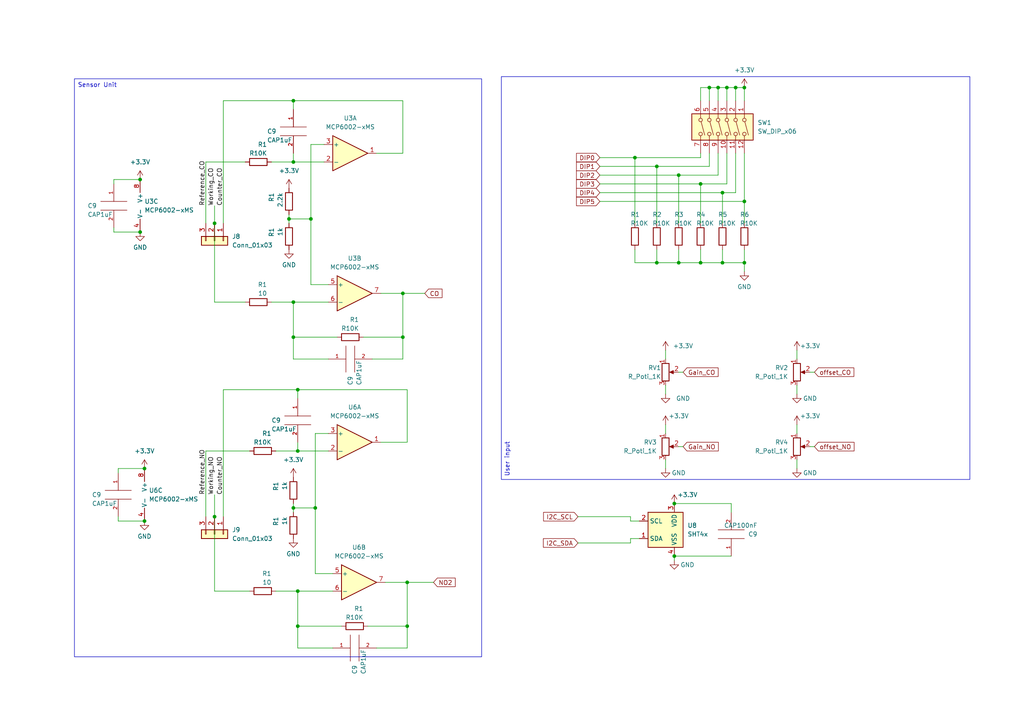
<source format=kicad_sch>
(kicad_sch (version 20230121) (generator eeschema)
  (paper "A4")
  (title_block (title "NO-CO Gas sensor") (date "2023-09-27") (comment 1 "Author: Felix Sarbach"))
  (lib_symbols
    (symbol "Amplifier_Operational:MCP6002-xMS" (pin_names (offset 0.127))
      (property "Reference" "U" (at 0 5.08 0))
      (property "Value" "MCP6002-xMS" (at 0 -5.08 0))
      (symbol "MCP6002-xMS_1_1"
        (polyline (pts (xy -5.08 5.08) (xy 5.08 0) (xy -5.08 -5.08) (xy -5.08 5.08)) (stroke (width 0.254)) (fill (type background)))
        (pin output line (at 7.62 0 180) (length 2.54) (name "~") (number "1"))
        (pin input line (at -7.62 -2.54 0) (length 2.54) (name "-") (number "2"))
        (pin input line (at -7.62 2.54 0) (length 2.54) (name "+") (number "3"))
      )
      (symbol "MCP6002-xMS_2_1"
        (polyline (pts (xy -5.08 5.08) (xy 5.08 0) (xy -5.08 -5.08) (xy -5.08 5.08)) (stroke (width 0.254)) (fill (type background)))
        (pin input line (at -7.62 2.54 0) (length 2.54) (name "+") (number "5"))
        (pin input line (at -7.62 -2.54 0) (length 2.54) (name "-") (number "6"))
        (pin output line (at 7.62 0 180) (length 2.54) (name "~") (number "7"))
      )
      (symbol "MCP6002-xMS_3_1"
        (pin power_in line (at -2.54 -7.62 90) (length 3.81) (name "V-") (number "4"))
        (pin power_in line (at -2.54 7.62 270) (length 3.81) (name "V+") (number "8"))
      )
    )
    (symbol "Connector_Generic:Conn_01x03" (pin_names (offset 1.016) hide)
      (property "Reference" "J" (at 0 5.08 0))
      (property "Value" "Conn_01x03" (at 0 -5.08 0))
      (symbol "Conn_01x03_1_1"
        (rectangle (start -1.27 -2.413) (end 0 -2.667) (stroke (width 0.1524)))
        (rectangle (start -1.27 0.127) (end 0 -0.127) (stroke (width 0.1524)))
        (rectangle (start -1.27 2.667) (end 0 2.413) (stroke (width 0.1524)))
        (rectangle (start -1.27 3.81) (end 1.27 -3.81) (stroke (width 0.254)) (fill (type background)))
        (pin passive line (at -5.08 2.54 0) (length 3.81) (name "Pin_1") (number "1"))
        (pin passive line (at -5.08 0 0) (length 3.81) (name "Pin_2") (number "2"))
        (pin passive line (at -5.08 -2.54 0) (length 3.81) (name "Pin_3") (number "3"))
      )
    )
    (symbol "Device:R" (pin_numbers hide) (pin_names (offset 0))
      (property "Reference" "R" (at 2.032 0 90))
      (property "Value" "R" (at 0 0 90))
      (symbol "R_0_1"
        (rectangle (start -1.016 -2.54) (end 1.016 2.54) (stroke (width 0.254)))
      )
      (symbol "R_1_1"
        (pin passive line (at 0 3.81 270) (length 1.27) (name "~") (number "1"))
        (pin passive line (at 0 -3.81 90) (length 1.27) (name "~") (number "2"))
      )
    )
    (symbol "Device:R_Potentiometer" (pin_names (offset 1.016) hide)
      (property "Reference" "RV" (at -4.445 0 90))
      (property "Value" "R_Potentiometer" (at -2.54 0 90))
      (symbol "R_Potentiometer_0_1"
        (polyline (pts (xy 2.54 0) (xy 1.524 0)))
        (polyline (pts (xy 1.143 0) (xy 2.286 0.508) (xy 2.286 -0.508) (xy 1.143 0)) (fill (type outline)))
        (rectangle (start 1.016 2.54) (end -1.016 -2.54) (stroke (width 0.254)))
      )
      (symbol "R_Potentiometer_1_1"
        (pin passive line (at 0 3.81 270) (length 1.27) (name "1") (number "1"))
        (pin passive line (at 3.81 0 180) (length 1.27) (name "2") (number "2"))
        (pin passive line (at 0 -3.81 90) (length 1.27) (name "3") (number "3"))
      )
    )
    (symbol "Sensor_Humidity:SHT4x"
      (property "Reference" "U" (at 0 8.89 0))
      (property "Value" "SHT4x" (at 0 6.35 0))
      (symbol "SHT4x_1_1"
        (rectangle (start -5.08 5.08) (end 5.08 -5.08) (stroke (width 0.254)) (fill (type background)))
        (pin bidirectional line (at -7.62 -2.54 0) (length 2.54) (name "SDA") (number "1"))
        (pin input line (at -7.62 2.54 0) (length 2.54) (name "SCL") (number "2"))
        (pin power_in line (at 2.54 7.62 270) (length 2.54) (name "VDD") (number "3"))
        (pin power_in line (at 2.54 -7.62 90) (length 2.54) (name "VSS") (number "4"))
      )
    )
    (symbol "Switch:SW_DIP_x06" (pin_names (offset 0) hide)
      (property "Reference" "SW" (at 0 11.43 0))
      (property "Value" "SW_DIP_x06" (at 0 -8.89 0))
      (symbol "SW_DIP_x06_0_0"
        (circle (center -2.032 -5.08) (radius 0.508))
        (circle (center -2.032 -2.54) (radius 0.508))
        (circle (center -2.032 0) (radius 0.508))
        (circle (center -2.032 2.54) (radius 0.508))
        (circle (center -2.032 5.08) (radius 0.508))
        (circle (center -2.032 7.62) (radius 0.508))
        (polyline (pts (xy -1.524 -4.9276) (xy 2.3622 -3.8862)))
        (polyline (pts (xy -1.524 -2.3876) (xy 2.3622 -1.3462)))
        (polyline (pts (xy -1.524 0.127) (xy 2.3622 1.1684)))
        (polyline (pts (xy -1.524 2.667) (xy 2.3622 3.7084)))
        (polyline (pts (xy -1.524 5.207) (xy 2.3622 6.2484)))
        (polyline (pts (xy -1.524 7.747) (xy 2.3622 8.7884)))
        (circle (center 2.032 -5.08) (radius 0.508))
        (circle (center 2.032 -2.54) (radius 0.508))
        (circle (center 2.032 0) (radius 0.508))
        (circle (center 2.032 2.54) (radius 0.508))
        (circle (center 2.032 5.08) (radius 0.508))
        (circle (center 2.032 7.62) (radius 0.508))
      )
      (symbol "SW_DIP_x06_0_1"
        (rectangle (start -3.81 10.16) (end 3.81 -7.62) (stroke (width 0.254)) (fill (type background)))
      )
      (symbol "SW_DIP_x06_1_1"
        (pin passive line (at -7.62 7.62 0) (length 5.08) (name "~") (number "1"))
        (pin passive line (at 7.62 2.54 180) (length 5.08) (name "~") (number "10"))
        (pin passive line (at 7.62 5.08 180) (length 5.08) (name "~") (number "11"))
        (pin passive line (at 7.62 7.62 180) (length 5.08) (name "~") (number "12"))
        (pin passive line (at -7.62 5.08 0) (length 5.08) (name "~") (number "2"))
        (pin passive line (at -7.62 2.54 0) (length 5.08) (name "~") (number "3"))
        (pin passive line (at -7.62 0 0) (length 5.08) (name "~") (number "4"))
        (pin passive line (at -7.62 -2.54 0) (length 5.08) (name "~") (number "5"))
        (pin passive line (at -7.62 -5.08 0) (length 5.08) (name "~") (number "6"))
        (pin passive line (at 7.62 -5.08 180) (length 5.08) (name "~") (number "7"))
        (pin passive line (at 7.62 -2.54 180) (length 5.08) (name "~") (number "8"))
        (pin passive line (at 7.62 0 180) (length 5.08) (name "~") (number "9"))
      )
    )
    (symbol "power:+3.3V" (power) (pin_names (offset 0))
      (property "Value" "+3.3V" (at 0 3.556 0))
      (symbol "+3.3V_0_1"
        (polyline (pts (xy -0.762 1.27) (xy 0 2.54)))
        (polyline (pts (xy 0 0) (xy 0 2.54)))
        (polyline (pts (xy 0 2.54) (xy 0.762 1.27)))
      )
      (symbol "+3.3V_1_1"
        (pin power_in line (at 0 0 90) (length 0) hide (name "+3.3V") (number "1"))
      )
    )
    (symbol "power:GND" (power) (pin_names (offset 0))
      (property "Value" "GND" (at 0 -3.81 0))
      (symbol "GND_0_1"
        (polyline (pts (xy 0 0) (xy 0 -1.27) (xy 1.27 -1.27) (xy 0 -2.54) (xy -1.27 -1.27) (xy 0 -1.27)))
      )
      (symbol "GND_1_1"
        (pin power_in line (at 0 0 270) (length 0) hide (name "GND") (number "1"))
      )
    )
    (symbol "pspice:CAP" (pin_names (offset 0.254))
      (property "Reference" "C" (at 2.54 3.81 90))
      (property "Value" "CAP" (at 2.54 -3.81 90))
      (symbol "CAP_0_1"
        (polyline (pts (xy -3.81 -1.27) (xy 3.81 -1.27)))
        (polyline (pts (xy -3.81 1.27) (xy 3.81 1.27)))
      )
      (symbol "CAP_1_1"
        (pin passive line (at 0 6.35 270) (length 5.08) (name "~") (number "1"))
        (pin passive line (at 0 -6.35 90) (length 5.08) (name "~") (number "2"))
      )
    )
  )
  (junction (at 215.9 76.2))
  (junction (at 205.74 25.4))
  (junction (at 195.58 161.29))
  (junction (at 85.09 147.32))
  (junction (at 203.2 53.34))
  (junction (at 208.28 25.4))
  (junction (at 85.09 97.79))
  (junction (at 190.5 48.26))
  (junction (at 209.55 55.88))
  (junction (at 190.5 76.2))
  (junction (at 40.64 52.07))
  (junction (at 116.84 85.09))
  (junction (at 86.36 181.61))
  (junction (at 40.64 67.31))
  (junction (at 85.09 87.63))
  (junction (at 118.11 168.91))
  (junction (at 118.11 181.61))
  (junction (at 116.84 97.79))
  (junction (at 90.17 63.5))
  (junction (at 86.36 113.03))
  (junction (at 215.9 25.4))
  (junction (at 196.85 76.2))
  (junction (at 62.23 64.77))
  (junction (at 215.9 58.42))
  (junction (at 85.09 46.99))
  (junction (at 41.91 135.89))
  (junction (at 184.15 45.72))
  (junction (at 209.55 76.2))
  (junction (at 41.91 151.13))
  (junction (at 83.82 63.5))
  (junction (at 203.2 76.2))
  (junction (at 213.36 25.4))
  (junction (at 86.36 171.45))
  (junction (at 85.09 29.21))
  (junction (at 196.85 50.8))
  (junction (at 195.58 146.05))
  (junction (at 91.44 147.32))
  (junction (at 210.82 25.4))
  (junction (at 86.36 130.81))
  (junction (at 62.23 149.86))
  (wire (pts (xy 116.84 97.79) (xy 116.84 85.09)))
  (wire (pts (xy 34.29 151.13) (xy 41.91 151.13)))
  (wire (pts (xy 173.99 53.34) (xy 203.2 53.34)))
  (wire (pts (xy 190.5 48.26) (xy 205.74 48.26)))
  (wire (pts (xy 78.74 46.99) (xy 85.09 46.99)))
  (wire (pts (xy 86.36 113.03) (xy 118.11 113.03)))
  (wire (pts (xy 80.01 130.81) (xy 86.36 130.81)))
  (wire (pts (xy 173.99 55.88) (xy 209.55 55.88)))
  (wire (pts (xy 209.55 76.2) (xy 203.2 76.2)))
  (wire (pts (xy 231.14 133.35) (xy 231.14 135.89)))
  (wire (pts (xy 90.17 41.91) (xy 93.98 41.91)))
  (wire (pts (xy 62.23 64.77) (xy 62.23 87.63)))
  (wire (pts (xy 208.28 25.4) (xy 210.82 25.4)))
  (wire (pts (xy 33.02 53.34) (xy 33.02 52.07)))
  (wire (pts (xy 91.44 125.73) (xy 91.44 147.32)))
  (wire (pts (xy 184.15 76.2) (xy 184.15 72.39)))
  (wire (pts (xy 208.28 25.4) (xy 205.74 25.4)))
  (wire (pts (xy 34.29 137.16) (xy 34.29 135.89)))
  (wire (pts (xy 190.5 48.26) (xy 190.5 64.77)))
  (wire (pts (xy 193.04 111.76) (xy 193.04 114.3)))
  (wire (pts (xy 109.22 187.96) (xy 118.11 187.96)))
  (wire (pts (xy 83.82 63.5) (xy 83.82 62.23)))
  (wire (pts (xy 64.77 113.03) (xy 86.36 113.03)))
  (wire (pts (xy 85.09 87.63) (xy 95.25 87.63)))
  (wire (pts (xy 85.09 147.32) (xy 91.44 147.32)))
  (wire (pts (xy 118.11 128.27) (xy 118.11 113.03)))
  (wire (pts (xy 110.49 128.27) (xy 118.11 128.27)))
  (wire (pts (xy 86.36 181.61) (xy 86.36 187.96)))
  (wire (pts (xy 203.2 53.34) (xy 210.82 53.34)))
  (wire (pts (xy 111.76 168.91) (xy 118.11 168.91)))
  (wire (pts (xy 203.2 53.34) (xy 203.2 64.77)))
  (wire (pts (xy 97.79 97.79) (xy 85.09 97.79)))
  (wire (pts (xy 107.95 104.14) (xy 116.84 104.14)))
  (wire (pts (xy 208.28 50.8) (xy 208.28 44.45)))
  (wire (pts (xy 190.5 72.39) (xy 190.5 76.2)))
  (wire (pts (xy 196.85 76.2) (xy 203.2 76.2)))
  (wire (pts (xy 118.11 187.96) (xy 118.11 181.61)))
  (wire (pts (xy 209.55 72.39) (xy 209.55 76.2)))
  (wire (pts (xy 210.82 53.34) (xy 210.82 44.45)))
  (wire (pts (xy 118.11 181.61) (xy 118.11 168.91)))
  (wire (pts (xy 85.09 29.21) (xy 64.77 29.21)))
  (wire (pts (xy 231.14 123.19) (xy 231.14 125.73)))
  (wire (pts (xy 215.9 44.45) (xy 215.9 58.42)))
  (wire (pts (xy 85.09 87.63) (xy 85.09 97.79)))
  (wire (pts (xy 116.84 85.09) (xy 123.19 85.09)))
  (wire (pts (xy 85.09 29.21) (xy 85.09 31.75)))
  (wire (pts (xy 215.9 72.39) (xy 215.9 76.2)))
  (wire (pts (xy 215.9 78.74) (xy 215.9 76.2)))
  (wire (pts (xy 195.58 161.29) (xy 195.58 162.56)))
  (wire (pts (xy 90.17 41.91) (xy 90.17 63.5)))
  (wire (pts (xy 86.36 171.45) (xy 96.52 171.45)))
  (wire (pts (xy 210.82 25.4) (xy 210.82 29.21)))
  (wire (pts (xy 33.02 67.31) (xy 40.64 67.31)))
  (wire (pts (xy 231.14 111.76) (xy 231.14 114.3)))
  (wire (pts (xy 196.85 50.8) (xy 196.85 64.77)))
  (wire (pts (xy 85.09 44.45) (xy 85.09 46.99)))
  (wire (pts (xy 195.58 161.29) (xy 212.09 161.29)))
  (wire (pts (xy 213.36 55.88) (xy 213.36 44.45)))
  (wire (pts (xy 213.36 25.4) (xy 210.82 25.4)))
  (wire (pts (xy 109.22 44.45) (xy 116.84 44.45)))
  (wire (pts (xy 184.15 45.72) (xy 184.15 64.77)))
  (wire (pts (xy 215.9 58.42) (xy 215.9 64.77)))
  (wire (pts (xy 85.09 46.99) (xy 93.98 46.99)))
  (wire (pts (xy 167.64 149.86) (xy 182.88 149.86)))
  (wire (pts (xy 234.95 129.54) (xy 236.22 129.54)))
  (wire (pts (xy 86.36 130.81) (xy 95.25 130.81)))
  (wire (pts (xy 173.99 45.72) (xy 184.15 45.72)))
  (wire (pts (xy 182.88 151.13) (xy 185.42 151.13)))
  (wire (pts (xy 62.23 171.45) (xy 72.39 171.45)))
  (wire (pts (xy 86.36 128.27) (xy 86.36 130.81)))
  (wire (pts (xy 62.23 59.69) (xy 62.23 64.77)))
  (wire (pts (xy 96.52 187.96) (xy 86.36 187.96)))
  (wire (pts (xy 205.74 25.4) (xy 205.74 29.21)))
  (wire (pts (xy 80.01 171.45) (xy 86.36 171.45)))
  (wire (pts (xy 182.88 149.86) (xy 182.88 151.13)))
  (wire (pts (xy 184.15 45.72) (xy 203.2 45.72)))
  (wire (pts (xy 205.74 48.26) (xy 205.74 44.45)))
  (wire (pts (xy 64.77 29.21) (xy 64.77 64.77)))
  (wire (pts (xy 212.09 146.05) (xy 195.58 146.05)))
  (wire (pts (xy 33.02 52.07) (xy 40.64 52.07)))
  (wire (pts (xy 118.11 168.91) (xy 125.73 168.91)))
  (wire (pts (xy 83.82 64.77) (xy 83.82 63.5)))
  (wire (pts (xy 182.88 156.21) (xy 182.88 157.48)))
  (wire (pts (xy 116.84 44.45) (xy 116.84 29.21)))
  (wire (pts (xy 62.23 143.51) (xy 62.23 149.86)))
  (wire (pts (xy 85.09 29.21) (xy 116.84 29.21)))
  (wire (pts (xy 95.25 104.14) (xy 85.09 104.14)))
  (wire (pts (xy 86.36 171.45) (xy 86.36 181.61)))
  (wire (pts (xy 215.9 25.4) (xy 215.9 29.21)))
  (wire (pts (xy 90.17 82.55) (xy 90.17 63.5)))
  (wire (pts (xy 59.69 130.81) (xy 59.69 149.86)))
  (wire (pts (xy 190.5 76.2) (xy 196.85 76.2)))
  (wire (pts (xy 90.17 82.55) (xy 95.25 82.55)))
  (wire (pts (xy 203.2 25.4) (xy 203.2 29.21)))
  (wire (pts (xy 83.82 63.5) (xy 90.17 63.5)))
  (wire (pts (xy 59.69 46.99) (xy 71.12 46.99)))
  (wire (pts (xy 196.85 50.8) (xy 173.99 50.8)))
  (wire (pts (xy 72.39 130.81) (xy 59.69 130.81)))
  (wire (pts (xy 62.23 149.86) (xy 62.23 171.45)))
  (wire (pts (xy 34.29 135.89) (xy 41.91 135.89)))
  (wire (pts (xy 34.29 149.86) (xy 34.29 151.13)))
  (wire (pts (xy 215.9 25.4) (xy 213.36 25.4)))
  (wire (pts (xy 64.77 113.03) (xy 64.77 149.86)))
  (wire (pts (xy 86.36 113.03) (xy 86.36 115.57)))
  (wire (pts (xy 193.04 123.19) (xy 193.04 125.73)))
  (wire (pts (xy 185.42 156.21) (xy 182.88 156.21)))
  (wire (pts (xy 196.85 50.8) (xy 208.28 50.8)))
  (wire (pts (xy 209.55 55.88) (xy 213.36 55.88)))
  (wire (pts (xy 106.68 181.61) (xy 118.11 181.61)))
  (wire (pts (xy 205.74 25.4) (xy 203.2 25.4)))
  (wire (pts (xy 212.09 148.59) (xy 212.09 146.05)))
  (wire (pts (xy 33.02 66.04) (xy 33.02 67.31)))
  (wire (pts (xy 231.14 101.6) (xy 231.14 104.14)))
  (wire (pts (xy 203.2 44.45) (xy 203.2 45.72)))
  (wire (pts (xy 173.99 48.26) (xy 190.5 48.26)))
  (wire (pts (xy 193.04 101.6) (xy 193.04 104.14)))
  (wire (pts (xy 190.5 76.2) (xy 184.15 76.2)))
  (wire (pts (xy 196.85 129.54) (xy 198.12 129.54)))
  (wire (pts (xy 91.44 166.37) (xy 91.44 147.32)))
  (wire (pts (xy 105.41 97.79) (xy 116.84 97.79)))
  (wire (pts (xy 59.69 46.99) (xy 59.69 64.77)))
  (wire (pts (xy 110.49 85.09) (xy 116.84 85.09)))
  (wire (pts (xy 203.2 72.39) (xy 203.2 76.2)))
  (wire (pts (xy 167.64 157.48) (xy 182.88 157.48)))
  (wire (pts (xy 85.09 104.14) (xy 85.09 97.79)))
  (wire (pts (xy 91.44 166.37) (xy 96.52 166.37)))
  (wire (pts (xy 91.44 125.73) (xy 95.25 125.73)))
  (wire (pts (xy 209.55 76.2) (xy 215.9 76.2)))
  (wire (pts (xy 85.09 147.32) (xy 85.09 146.05)))
  (wire (pts (xy 193.04 133.35) (xy 193.04 135.89)))
  (wire (pts (xy 234.95 107.95) (xy 236.22 107.95)))
  (wire (pts (xy 62.23 87.63) (xy 71.12 87.63)))
  (wire (pts (xy 99.06 181.61) (xy 86.36 181.61)))
  (wire (pts (xy 116.84 104.14) (xy 116.84 97.79)))
  (wire (pts (xy 196.85 107.95) (xy 198.12 107.95)))
  (wire (pts (xy 213.36 25.4) (xy 213.36 29.21)))
  (wire (pts (xy 196.85 72.39) (xy 196.85 76.2)))
  (wire (pts (xy 173.99 58.42) (xy 215.9 58.42)))
  (wire (pts (xy 208.28 25.4) (xy 208.28 29.21)))
  (wire (pts (xy 85.09 148.59) (xy 85.09 147.32)))
  (wire (pts (xy 78.74 87.63) (xy 85.09 87.63)))
  (wire (pts (xy 209.55 55.88) (xy 209.55 64.77)))
  (text_box "Sensor Unit" (at 21.59 22.86 0) (size 118.11 167.64) (effects (font (size 1.27 1.27)) (justify left top)))
  (text_box "User input" (at 145.415 139.065 90) (size 135.89 -116.84) (effects (font (size 1.27 1.27)) (justify left top)))
  (label "Working_NO" (at 62.23 143.51 90))
  (label "Reference_CO" (at 59.69 59.69 90))
  (label "Reference_NO" (at 59.69 143.51 90))
  (label "Counter_NO" (at 64.77 143.51 90))
  (label "Counter_CO" (at 64.77 59.69 90))
  (label "Working_CO" (at 62.23 59.69 90))
  (global_label "DIP0" (shape input) (at 173.99 45.72 180) (property "Intersheetrefs" "${INTERSHEET_REFS}" (effects hide)))
  (global_label "DIP4" (shape input) (at 173.99 55.88 180) (property "Intersheetrefs" "${INTERSHEET_REFS}" (effects hide)))
  (global_label "I2C_SDA" (shape input) (at 167.64 157.48 180) (property "Intersheetrefs" "${INTERSHEET_REFS}" (effects hide)))
  (global_label "NO2" (shape input) (at 125.73 168.91 0) (property "Intersheetrefs" "${INTERSHEET_REFS}" (effects hide)))
  (global_label "CO" (shape input) (at 123.19 85.09 0) (property "Intersheetrefs" "${INTERSHEET_REFS}" (effects hide)))
  (global_label "offset_NO" (shape input) (at 236.22 129.54 0) (property "Intersheetrefs" "${INTERSHEET_REFS}" (effects hide)))
  (global_label "DIP2" (shape input) (at 173.99 50.8 180) (property "Intersheetrefs" "${INTERSHEET_REFS}" (effects hide)))
  (global_label "Gain_CO" (shape input) (at 198.12 107.95 0) (property "Intersheetrefs" "${INTERSHEET_REFS}" (effects hide)))
  (global_label "DIP3" (shape input) (at 173.99 53.34 180) (property "Intersheetrefs" "${INTERSHEET_REFS}" (effects hide)))
  (global_label "DIP1" (shape input) (at 173.99 48.26 180) (property "Intersheetrefs" "${INTERSHEET_REFS}" (effects hide)))
  (global_label "offset_CO" (shape input) (at 236.22 107.95 0) (property "Intersheetrefs" "${INTERSHEET_REFS}" (effects hide)))
  (global_label "DIP5" (shape input) (at 173.99 58.42 180) (property "Intersheetrefs" "${INTERSHEET_REFS}" (effects hide)))
  (global_label "I2C_SCL" (shape input) (at 167.64 149.86 180) (property "Intersheetrefs" "${INTERSHEET_REFS}" (effects hide)))
  (global_label "Gain_NO" (shape input) (at 198.12 129.54 0) (property "Intersheetrefs" "${INTERSHEET_REFS}" (effects hide)))
  (symbol (lib_id "Device:R") (at 74.93 87.63 90) (unit 1)
    (property "Reference" "R1" (at 77.47 82.55 90) (effects (justify left)))
    (property "Value" "10" (at 77.47 85.09 90) (effects (justify left)))
    (property "Footprint" "Resistor_SMD:R_0603_1608Metric" (effects hide))
    (instances (project "RS485-Gassensor" (path "" (reference "R1") (unit 1)) (path "" (reference "R8") (unit 1))))
  )
  (symbol (lib_id "power:GND") (at 40.64 67.31 0) (unit 1)
    (property "Reference" "#PWR013" (effects hide))
    (property "Value" "GND" (at 40.64 71.755 0))
    (instances (project "RS485-Gassensor" (path "" (reference "#PWR013") (unit 1)) (path "" (reference "#PWR021") (unit 1))))
  )
  (symbol (lib_id "power:GND") (at 231.14 114.3 0) (unit 1)
    (property "Reference" "#PWR015" (effects hide))
    (property "Value" "GND" (at 234.95 115.57 0))
  )
  (symbol (lib_id "power:+3.3V") (at 85.09 138.43 0) (unit 1)
    (property "Reference" "#PWR012" (effects hide))
    (property "Value" "+3.3V" (at 85.09 133.35 0))
    (instances (project "RS485-Gassensor" (path "" (reference "#PWR012") (unit 1)) (path "" (reference "#PWR050") (unit 1))))
  )
  (symbol (lib_id "Device:R") (at 83.82 68.58 180) (unit 1)
    (property "Reference" "R1" (at 78.74 66.04 90) (effects (justify left)))
    (property "Value" "1k" (at 81.28 66.04 90) (effects (justify left)))
    (property "Footprint" "Resistor_SMD:R_0603_1608Metric" (effects hide))
    (instances (project "RS485-Gassensor" (path "" (reference "R1") (unit 1)) (path "" (reference "R9") (unit 1))))
  )
  (symbol (lib_id "Device:R") (at 102.87 181.61 90) (unit 1)
    (property "Reference" "R1" (at 105.41 176.53 90) (effects (justify left)))
    (property "Value" "R10K" (at 105.41 179.07 90) (effects (justify left)))
    (property "Footprint" "Resistor_SMD:R_0603_1608Metric" (effects hide))
    (instances (project "RS485-Gassensor" (path "" (reference "R1") (unit 1)) (path "" (reference "R29") (unit 1))))
  )
  (symbol (lib_id "pspice:CAP") (at 101.6 104.14 90) (unit 1)
    (property "Reference" "C9" (at 101.6 111.76 0) (effects (justify left)))
    (property "Value" "CAP1uF" (at 104.14 111.76 0) (effects (justify left)))
    (property "Footprint" "Capacitor_SMD:C_0603_1608Metric" (effects hide))
    (instances (project "RS485-Gassensor" (path "" (reference "C9") (unit 1)) (path "" (reference "C9") (unit 1)) (path "" (reference "C9") (unit 1)) (path "" (reference "C15") (unit 1))))
  )
  (symbol (lib_id "power:+3.3V") (at 41.91 135.89 0) (unit 1)
    (property "Reference" "#PWR012" (effects hide))
    (property "Value" "+3.3V" (at 41.91 130.81 0))
    (instances (project "RS485-Gassensor" (path "" (reference "#PWR012") (unit 1)) (path "" (reference "#PWR028") (unit 1))))
  )
  (symbol (lib_id "Device:R") (at 83.82 58.42 180) (unit 1)
    (property "Reference" "R1" (at 78.74 55.88 90) (effects (justify left)))
    (property "Value" "2.2k" (at 81.28 55.88 90) (effects (justify left)))
    (property "Footprint" "Resistor_SMD:R_0603_1608Metric" (effects hide))
    (instances (project "RS485-Gassensor" (path "" (reference "R1") (unit 1)) (path "" (reference "R14") (unit 1))))
  )
  (symbol (lib_id "pspice:CAP") (at 86.36 121.92 0) (unit 1)
    (property "Reference" "C9" (at 78.74 121.92 0) (effects (justify left)))
    (property "Value" "CAP1uF" (at 78.74 124.46 0) (effects (justify left)))
    (property "Footprint" "Capacitor_SMD:C_0603_1608Metric" (effects hide))
    (instances (project "RS485-Gassensor" (path "" (reference "C9") (unit 1)) (path "" (reference "C9") (unit 1)) (path "" (reference "C9") (unit 1)) (path "" (reference "C13") (unit 1))))
  )
  (symbol (lib_id "Device:R") (at 85.09 142.24 180) (unit 1)
    (property "Reference" "R1" (at 80.01 139.7 90) (effects (justify left)))
    (property "Value" "1k" (at 82.55 139.7 90) (effects (justify left)))
    (property "Footprint" "Resistor_SMD:R_0603_1608Metric" (effects hide))
    (instances (project "RS485-Gassensor" (path "" (reference "R1") (unit 1)) (path "" (reference "R27") (unit 1))))
  )
  (symbol (lib_id "Device:R") (at 190.5 68.58 0) (unit 1)
    (property "Reference" "R2" (at 189.23 62.23 0) (effects (justify left)))
    (property "Value" "R10K" (at 189.23 64.77 0) (effects (justify left)))
    (property "Footprint" "Resistor_SMD:R_0603_1608Metric" (effects hide))
  )
  (symbol (lib_id "power:+3.3V") (at 83.82 54.61 0) (unit 1)
    (property "Reference" "#PWR012" (effects hide))
    (property "Value" "+3.3V" (at 83.82 49.53 0))
    (instances (project "RS485-Gassensor" (path "" (reference "#PWR012") (unit 1)) (path "" (reference "#PWR025") (unit 1))))
  )
  (symbol (lib_id "Device:R") (at 85.09 152.4 180) (unit 1)
    (property "Reference" "R1" (at 80.01 149.86 90) (effects (justify left)))
    (property "Value" "1k" (at 82.55 149.86 90) (effects (justify left)))
    (property "Footprint" "Resistor_SMD:R_0603_1608Metric" (effects hide))
    (instances (project "RS485-Gassensor" (path "" (reference "R1") (unit 1)) (path "" (reference "R28") (unit 1))))
  )
  (symbol (lib_id "power:GND") (at 193.04 114.3 0) (unit 1)
    (property "Reference" "#PWR09" (effects hide))
    (property "Value" "GND" (at 198.12 115.57 0))
  )
  (symbol (lib_id "Amplifier_Operational:MCP6002-xMS") (at 43.18 59.69 0) (unit 3)
    (property "Reference" "U3" (at 41.91 58.42 0) (effects (justify left)))
    (property "Value" "MCP6002-xMS" (at 41.91 60.96 0) (effects (justify left)))
    (property "Footprint" "Package_SO:SOIC-8_3.9x4.9mm_P1.27mm" (effects hide))
    (property "Datasheet" "http://ww1.microchip.com/downloads/en/DeviceDoc/21733j.pdf" (effects hide))
  )
  (symbol (lib_id "power:+3.3V") (at 215.9 25.4 0) (unit 1)
    (property "Reference" "#PWR012" (effects hide))
    (property "Value" "+3.3V" (at 215.9 20.32 0))
  )
  (symbol (lib_id "Device:R") (at 196.85 68.58 0) (unit 1)
    (property "Reference" "R3" (at 195.58 62.23 0) (effects (justify left)))
    (property "Value" "R10K" (at 195.58 64.77 0) (effects (justify left)))
    (property "Footprint" "Resistor_SMD:R_0603_1608Metric" (effects hide))
  )
  (symbol (lib_id "power:+3.3V") (at 231.14 101.6 0) (unit 1)
    (property "Reference" "#PWR014" (effects hide))
    (property "Value" "+3.3V" (at 234.95 100.33 0))
  )
  (symbol (lib_id "power:+3.3V") (at 231.14 123.19 0) (unit 1)
    (property "Reference" "#PWR016" (effects hide))
    (property "Value" "+3.3V" (at 234.95 120.65 0))
  )
  (symbol (lib_id "Device:R") (at 74.93 46.99 90) (unit 1)
    (property "Reference" "R1" (at 77.47 41.91 90) (effects (justify left)))
    (property "Value" "R10K" (at 77.47 44.45 90) (effects (justify left)))
    (property "Footprint" "Resistor_SMD:R_0603_1608Metric" (effects hide))
    (instances (project "RS485-Gassensor" (path "" (reference "R1") (unit 1)) (path "" (reference "R7") (unit 1))))
  )
  (symbol (lib_id "Device:R") (at 76.2 130.81 90) (unit 1)
    (property "Reference" "R1" (at 78.74 125.73 90) (effects (justify left)))
    (property "Value" "R10K" (at 78.74 128.27 90) (effects (justify left)))
    (property "Footprint" "Resistor_SMD:R_0603_1608Metric" (effects hide))
    (instances (project "RS485-Gassensor" (path "" (reference "R1") (unit 1)) (path "" (reference "R25") (unit 1))))
  )
  (symbol (lib_id "Device:R_Potentiometer") (at 193.04 107.95 0) (unit 1)
    (property "Reference" "RV1" (at 191.77 106.68 0) (effects (justify right)))
    (property "Value" "R_Poti_1K" (at 191.77 109.22 0) (effects (justify right)))
    (property "Footprint" "PCM_Potentiometer_SMD_AKL:Potentiometer_Bourns_3214J_Horizontal" (effects hide))
  )
  (symbol (lib_id "Sensor_Humidity:SHT4x") (at 193.04 153.67 0) (unit 1)
    (property "Reference" "U8" (at 199.39 152.4 0) (effects (justify left)))
    (property "Value" "SHT4x" (at 199.39 154.94 0) (effects (justify left)))
    (property "Footprint" "Sensor_Humidity:Sensirion_DFN-4_1.5x1.5mm_P0.8mm_SHT4x_NoCentralPad" (effects hide))
    (property "Datasheet" "https://sensirion.com/media/documents/33FD6951/624C4357/Datasheet_SHT4x.pdf" (effects hide))
  )
  (symbol (lib_id "power:GND") (at 83.82 72.39 0) (unit 1)
    (property "Reference" "#PWR013" (effects hide))
    (property "Value" "GND" (at 83.82 76.835 0))
    (instances (project "RS485-Gassensor" (path "" (reference "#PWR013") (unit 1)) (path "" (reference "#PWR027") (unit 1))))
  )
  (symbol (lib_id "power:GND") (at 195.58 162.56 0) (unit 1)
    (property "Reference" "#PWR011" (effects hide))
    (property "Value" "GND" (at 199.39 163.83 0))
    (instances (project "RS485-Gassensor" (path "" (reference "#PWR011") (unit 1)) (path "" (reference "#PWR053") (unit 1))))
  )
  (symbol (lib_id "Amplifier_Operational:MCP6002-xMS") (at 44.45 143.51 0) (unit 3)
    (property "Reference" "U6" (at 43.18 142.24 0) (effects (justify left)))
    (property "Value" "MCP6002-xMS" (at 43.18 144.78 0) (effects (justify left)))
    (property "Footprint" "Package_SO:SOIC-8_3.9x4.9mm_P1.27mm" (effects hide))
    (property "Datasheet" "http://ww1.microchip.com/downloads/en/DeviceDoc/21733j.pdf" (effects hide))
  )
  (symbol (lib_id "Device:R") (at 101.6 97.79 90) (unit 1)
    (property "Reference" "R1" (at 104.14 92.71 90) (effects (justify left)))
    (property "Value" "R10K" (at 104.14 95.25 90) (effects (justify left)))
    (property "Footprint" "Resistor_SMD:R_0603_1608Metric" (effects hide))
    (instances (project "RS485-Gassensor" (path "" (reference "R1") (unit 1)) (path "" (reference "R24") (unit 1))))
  )
  (symbol (lib_id "power:GND") (at 231.14 135.89 0) (unit 1)
    (property "Reference" "#PWR017" (effects hide))
    (property "Value" "GND" (at 234.95 137.16 0))
  )
  (symbol (lib_id "Switch:SW_DIP_x06") (at 208.28 36.83 270) (unit 1)
    (property "Reference" "SW1" (at 219.71 35.56 90) (effects (justify left)))
    (property "Value" "SW_DIP_x06" (at 219.71 38.1 90) (effects (justify left)))
    (property "Footprint" "Package_DIP:SMDIP-12_W9.53mm" (effects hide))
  )
  (symbol (lib_id "pspice:CAP") (at 33.02 59.69 0) (unit 1)
    (property "Reference" "C9" (at 25.4 59.69 0) (effects (justify left)))
    (property "Value" "CAP1uF" (at 25.4 62.23 0) (effects (justify left)))
    (property "Footprint" "Capacitor_SMD:C_1206_3216Metric" (effects hide))
    (instances (project "RS485-Gassensor" (path "" (reference "C9") (unit 1)) (path "" (reference "C9") (unit 1)) (path "" (reference "C9") (unit 1)) (path "" (reference "C10") (unit 1))))
  )
  (symbol (lib_id "power:+3.3V") (at 195.58 146.05 0) (unit 1)
    (property "Reference" "#PWR010" (effects hide))
    (property "Value" "+3.3V" (at 199.39 143.51 0))
    (instances (project "RS485-Gassensor" (path "" (reference "#PWR010") (unit 1)) (path "" (reference "#PWR052") (unit 1))))
  )
  (symbol (lib_id "power:+3.3V") (at 193.04 101.6 0) (unit 1)
    (property "Reference" "#PWR08" (effects hide))
    (property "Value" "+3.3V" (at 198.12 100.33 0))
  )
  (symbol (lib_id "Device:R") (at 203.2 68.58 0) (unit 1)
    (property "Reference" "R4" (at 201.93 62.23 0) (effects (justify left)))
    (property "Value" "R10K" (at 201.93 64.77 0) (effects (justify left)))
    (property "Footprint" "Resistor_SMD:R_0603_1608Metric" (effects hide))
  )
  (symbol (lib_id "pspice:CAP") (at 85.09 38.1 0) (unit 1)
    (property "Reference" "C9" (at 77.47 38.1 0) (effects (justify left)))
    (property "Value" "CAP1uF" (at 77.47 40.64 0) (effects (justify left)))
    (property "Footprint" "Capacitor_SMD:C_0603_1608Metric" (effects hide))
    (instances (project "RS485-Gassensor" (path "" (reference "C9") (unit 1)) (path "" (reference "C9") (unit 1)) (path "" (reference "C9") (unit 1)) (path "" (reference "C11") (unit 1))))
  )
  (symbol (lib_id "Device:R_Potentiometer") (at 193.04 129.54 0) (unit 1)
    (property "Reference" "RV3" (at 190.5 128.27 0) (effects (justify right)))
    (property "Value" "R_Poti_1K" (at 190.5 130.81 0) (effects (justify right)))
    (property "Footprint" "PCM_Potentiometer_SMD_AKL:Potentiometer_Bourns_3214J_Horizontal" (effects hide))
  )
  (symbol (lib_id "power:GND") (at 215.9 78.74 0) (unit 1)
    (property "Reference" "#PWR013" (effects hide))
    (property "Value" "GND" (at 215.9 83.185 0))
  )
  (symbol (lib_id "Device:R") (at 215.9 68.58 0) (unit 1)
    (property "Reference" "R6" (at 214.63 62.23 0) (effects (justify left)))
    (property "Value" "R10K" (at 214.63 64.77 0) (effects (justify left)))
    (property "Footprint" "Resistor_SMD:R_0603_1608Metric" (effects hide))
  )
  (symbol (lib_id "Device:R_Potentiometer") (at 231.14 129.54 0) (unit 1)
    (property "Reference" "RV4" (at 228.6 128.27 0) (effects (justify right)))
    (property "Value" "R_Poti_1K" (at 228.6 130.81 0) (effects (justify right)))
    (property "Footprint" "PCM_Potentiometer_SMD_AKL:Potentiometer_Bourns_3214J_Horizontal" (effects hide))
  )
  (symbol (lib_id "power:+3.3V") (at 193.04 123.19 0) (unit 1)
    (property "Reference" "#PWR010" (effects hide))
    (property "Value" "+3.3V" (at 196.85 120.65 0))
  )
  (symbol (lib_id "Connector_Generic:Conn_01x03") (at 62.23 154.94 270) (unit 1)
    (property "Reference" "J9" (at 67.31 153.67 90) (effects (justify left)))
    (property "Value" "Conn_01x03" (at 67.31 156.21 90) (effects (justify left)))
    (property "Footprint" "Connector_PinHeader_2.54mm:PinHeader_1x03_P2.54mm_Vertical" (effects hide))
  )
  (symbol (lib_id "pspice:CAP") (at 102.87 187.96 90) (unit 1)
    (property "Reference" "C9" (at 102.87 195.58 0) (effects (justify left)))
    (property "Value" "CAP1uF" (at 105.41 195.58 0) (effects (justify left)))
    (property "Footprint" "Capacitor_SMD:C_0603_1608Metric" (effects hide))
    (instances (project "RS485-Gassensor" (path "" (reference "C9") (unit 1)) (path "" (reference "C9") (unit 1)) (path "" (reference "C9") (unit 1)) (path "" (reference "C14") (unit 1))))
  )
  (symbol (lib_id "power:GND") (at 85.09 156.21 0) (unit 1)
    (property "Reference" "#PWR013" (effects hide))
    (property "Value" "GND" (at 85.09 160.655 0))
    (instances (project "RS485-Gassensor" (path "" (reference "#PWR013") (unit 1)) (path "" (reference "#PWR051") (unit 1))))
  )
  (symbol (lib_id "Amplifier_Operational:MCP6002-xMS") (at 102.87 85.09 0) (unit 2)
    (property "Reference" "U3" (at 102.87 74.93 0))
    (property "Value" "MCP6002-xMS" (at 102.87 77.47 0))
    (property "Footprint" "Package_SO:SOIC-8_3.9x4.9mm_P1.27mm" (effects hide))
    (property "Datasheet" "http://ww1.microchip.com/downloads/en/DeviceDoc/21733j.pdf" (effects hide))
  )
  (symbol (lib_id "Amplifier_Operational:MCP6002-xMS") (at 102.87 128.27 0) (unit 1)
    (property "Reference" "U6" (at 102.87 118.11 0))
    (property "Value" "MCP6002-xMS" (at 102.87 120.65 0))
    (property "Footprint" "Package_SO:SOIC-8_3.9x4.9mm_P1.27mm" (effects hide))
    (property "Datasheet" "http://ww1.microchip.com/downloads/en/DeviceDoc/21733j.pdf" (effects hide))
  )
  (symbol (lib_id "power:GND") (at 193.04 135.89 0) (unit 1)
    (property "Reference" "#PWR011" (effects hide))
    (property "Value" "GND" (at 196.85 137.16 0))
  )
  (symbol (lib_id "pspice:CAP") (at 34.29 143.51 0) (unit 1)
    (property "Reference" "C9" (at 26.67 143.51 0) (effects (justify left)))
    (property "Value" "CAP1uF" (at 26.67 146.05 0) (effects (justify left)))
    (property "Footprint" "Capacitor_SMD:C_1206_3216Metric" (effects hide))
    (instances (project "RS485-Gassensor" (path "" (reference "C9") (unit 1)) (path "" (reference "C9") (unit 1)) (path "" (reference "C9") (unit 1)) (path "" (reference "C12") (unit 1))))
  )
  (symbol (lib_id "power:+3.3V") (at 40.64 52.07 0) (unit 1)
    (property "Reference" "#PWR012" (effects hide))
    (property "Value" "+3.3V" (at 40.64 46.99 0))
    (instances (project "RS485-Gassensor" (path "" (reference "#PWR012") (unit 1)) (path "" (reference "#PWR020") (unit 1))))
  )
  (symbol (lib_id "Amplifier_Operational:MCP6002-xMS") (at 104.14 168.91 0) (unit 2)
    (property "Reference" "U6" (at 104.14 158.75 0))
    (property "Value" "MCP6002-xMS" (at 104.14 161.29 0))
    (property "Footprint" "Package_SO:SOIC-8_3.9x4.9mm_P1.27mm" (effects hide))
    (property "Datasheet" "http://ww1.microchip.com/downloads/en/DeviceDoc/21733j.pdf" (effects hide))
  )
  (symbol (lib_id "Device:R_Potentiometer") (at 231.14 107.95 0) (unit 1)
    (property "Reference" "RV2" (at 228.6 106.68 0) (effects (justify right)))
    (property "Value" "R_Poti_1K" (at 228.6 109.22 0) (effects (justify right)))
    (property "Footprint" "PCM_Potentiometer_SMD_AKL:Potentiometer_Bourns_3214J_Horizontal" (effects hide))
  )
  (symbol (lib_id "Device:R") (at 184.15 68.58 0) (unit 1)
    (property "Reference" "R1" (at 182.88 62.23 0) (effects (justify left)))
    (property "Value" "R10K" (at 182.88 64.77 0) (effects (justify left)))
    (property "Footprint" "Resistor_SMD:R_0603_1608Metric" (effects hide))
  )
  (symbol (lib_id "Amplifier_Operational:MCP6002-xMS") (at 101.6 44.45 0) (unit 1)
    (property "Reference" "U3" (at 101.6 34.29 0))
    (property "Value" "MCP6002-xMS" (at 101.6 36.83 0))
    (property "Footprint" "Package_SO:SOIC-8_3.9x4.9mm_P1.27mm" (effects hide))
    (property "Datasheet" "http://ww1.microchip.com/downloads/en/DeviceDoc/21733j.pdf" (effects hide))
  )
  (symbol (lib_id "Device:R") (at 76.2 171.45 90) (unit 1)
    (property "Reference" "R1" (at 78.74 166.37 90) (effects (justify left)))
    (property "Value" "10" (at 78.74 168.91 90) (effects (justify left)))
    (property "Footprint" "Resistor_SMD:R_0603_1608Metric" (effects hide))
    (instances (project "RS485-Gassensor" (path "" (reference "R1") (unit 1)) (path "" (reference "R26") (unit 1))))
  )
  (symbol (lib_id "Device:R") (at 209.55 68.58 0) (unit 1)
    (property "Reference" "R5" (at 208.28 62.23 0) (effects (justify left)))
    (property "Value" "R10K" (at 208.28 64.77 0) (effects (justify left)))
    (property "Footprint" "Resistor_SMD:R_0603_1608Metric" (effects hide))
  )
  (symbol (lib_id "pspice:CAP") (at 212.09 154.94 180) (unit 1)
    (property "Reference" "C9" (at 219.71 154.94 0) (effects (justify left)))
    (property "Value" "CAP100nF" (at 219.71 152.4 0) (effects (justify left)))
    (property "Footprint" "Capacitor_SMD:C_0603_1608Metric" (effects hide))
    (instances (project "RS485-Gassensor" (path "" (reference "C9") (unit 1)) (path "" (reference "C9") (unit 1)) (path "" (reference "C9") (unit 1)) (path "" (reference "C16") (unit 1))))
  )
  (symbol (lib_id "Connector_Generic:Conn_01x03") (at 62.23 69.85 270) (unit 1)
    (property "Reference" "J8" (at 67.31 68.58 90) (effects (justify left)))
    (property "Value" "Conn_01x03" (at 67.31 71.12 90) (effects (justify left)))
    (property "Footprint" "Connector_PinHeader_2.54mm:PinHeader_1x03_P2.54mm_Vertical" (effects hide))
  )
  (symbol (lib_id "power:GND") (at 41.91 151.13 0) (unit 1)
    (property "Reference" "#PWR013" (effects hide))
    (property "Value" "GND" (at 41.91 155.575 0))
    (instances (project "RS485-Gassensor" (path "" (reference "#PWR013") (unit 1)) (path "" (reference "#PWR045") (unit 1))))
  )
)
</source>
